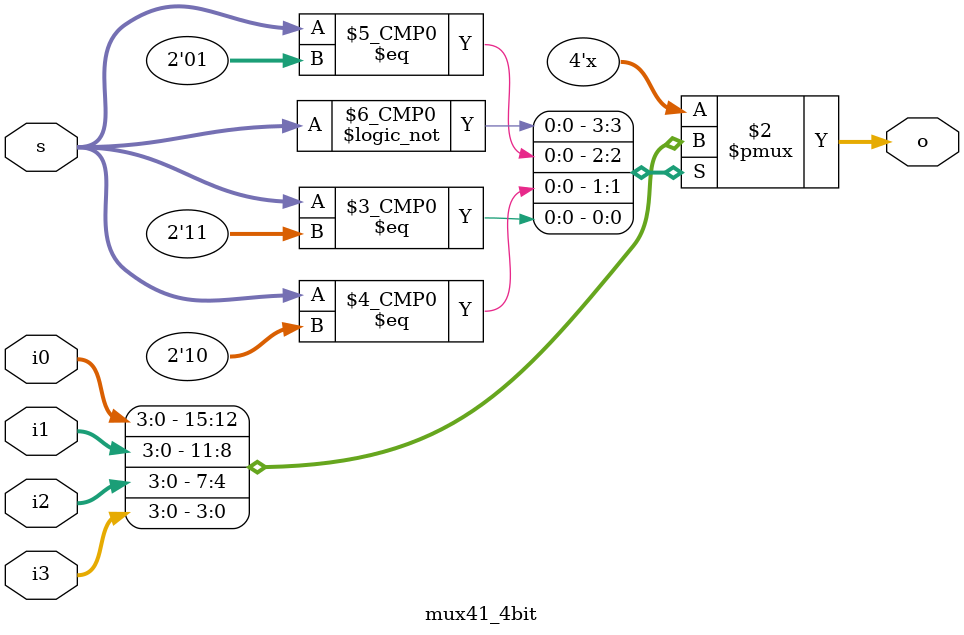
<source format=v>
`timescale 1ns / 1ps


module mux41_4bit(
    input [3:0] i0, i1, i2, i3,
    input [1:0] s,
    output reg [3:0] o
    );
    always @* begin
        case(s)
            2'b00: o = i0;
            2'b01: o = i1;
            2'b10: o = i2;
            2'b11: o = i3;
        endcase
    end
endmodule

</source>
